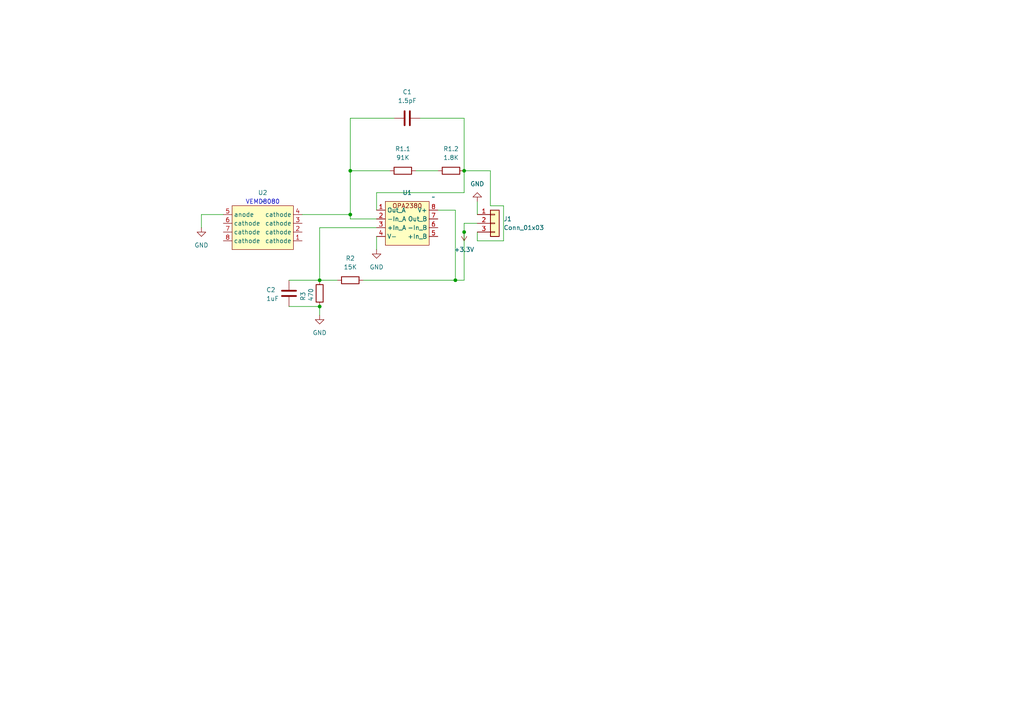
<source format=kicad_sch>
(kicad_sch (version 20231120) (generator "eeschema") (generator_version "8.0")
  (paper "A4")
  (lib_symbols
    (symbol "Connector_Generic:Conn_01x03" (pin_names (offset 1.016) hide)
      (property "Reference" "J" (at 0 5.08 0))
      (property "Value" "Conn_01x03" (at 0 -5.08 0))
      (symbol "Conn_01x03_1_1"
        (rectangle (start -1.27 -2.413) (end 0 -2.667) (stroke (width 0.1524)))
        (rectangle (start -1.27 0.127) (end 0 -0.127) (stroke (width 0.1524)))
        (rectangle (start -1.27 2.667) (end 0 2.413) (stroke (width 0.1524)))
        (rectangle (start -1.27 3.81) (end 1.27 -3.81) (stroke (width 0.254)) (fill (type background)))
        (pin passive line (at -5.08 2.54 0) (length 3.81) (name "Pin_1") (number "1"))
        (pin passive line (at -5.08 0 0) (length 3.81) (name "Pin_2") (number "2"))
        (pin passive line (at -5.08 -2.54 0) (length 3.81) (name "Pin_3") (number "3"))
      )
    )
    (symbol "Device:C" (pin_numbers hide) (pin_names (offset 0.254))
      (property "Reference" "C" (at 0.635 2.54 0))
      (property "Value" "C" (at 0.635 -2.54 0))
      (symbol "C_0_1"
        (polyline (pts (xy -2.032 -0.762) (xy 2.032 -0.762)) (stroke (width 0.508)))
        (polyline (pts (xy -2.032 0.762) (xy 2.032 0.762)) (stroke (width 0.508)))
      )
      (symbol "C_1_1"
        (pin passive line (at 0 3.81 270) (length 2.794) (name "~") (number "1"))
        (pin passive line (at 0 -3.81 90) (length 2.794) (name "~") (number "2"))
      )
    )
    (symbol "Device:R" (pin_numbers hide) (pin_names (offset 0))
      (property "Reference" "R" (at 2.032 0 90))
      (property "Value" "R" (at 0 0 90))
      (symbol "R_0_1"
        (rectangle (start -1.016 -2.54) (end 1.016 2.54) (stroke (width 0.254)))
      )
      (symbol "R_1_1"
        (pin passive line (at 0 3.81 270) (length 1.27) (name "~") (number "1"))
        (pin passive line (at 0 -3.81 90) (length 1.27) (name "~") (number "2"))
      )
    )
    (symbol "custom_lib:opa2380"
      (property "Reference" "opa2380" (at -8.382 0 0))
      (symbol "opa2380_0_1"
        (polyline (pts (xy 30.48 6.35) (xy 30.48 6.35)))
      )
      (symbol "opa2380_1_1"
        (rectangle (start 2.54 6.35) (end 15.24 -6.35) (fill (type background)))
        (text "OPA2380\n" (at 8.89 5.08 0) (effects (font (size 1.27 1.27))))
        (pin output line (at 0 3.81 0) (length 2.54) (name "Out_A") (number "1"))
        (pin input line (at 0 1.27 0) (length 2.54) (name "-In_A") (number "2"))
        (pin input line (at 0 -1.27 0) (length 2.54) (name "+In_A") (number "3"))
        (pin input line (at 0 -3.81 0) (length 2.54) (name "V-") (number "4"))
        (pin input line (at 17.78 -3.81 180) (length 2.54) (name "+In_B") (number "5"))
        (pin input line (at 17.78 -1.27 180) (length 2.54) (name "-In_B") (number "6"))
        (pin output line (at 17.78 1.27 180) (length 2.54) (name "Out_B") (number "7"))
        (pin input line (at 17.78 3.81 180) (length 2.54) (name "V+") (number "8"))
      )
    )
    (symbol "custom_lib:vemd8080"
      (property "Reference" "U" (at 0 0 0))
      (symbol "vemd8080_1_1"
        (rectangle (start 1.27 25.4) (end 13.97 7.62) (fill (type background)))
        (pin input line (at 3.81 5.08 90) (length 2.54) (name "cathode") (number "1"))
        (pin input line (at 6.35 5.08 90) (length 2.54) (name "cathode") (number "2"))
        (pin input line (at 8.89 5.08 90) (length 2.54) (name "cathode") (number "3"))
        (pin input line (at 11.43 5.08 90) (length 2.54) (name "cathode") (number "4"))
        (pin input line (at 11.43 27.94 270) (length 2.54) (name "anode") (number "5"))
        (pin input line (at 8.89 27.94 270) (length 2.54) (name "cathode") (number "6"))
        (pin input line (at 6.35 27.94 270) (length 2.54) (name "cathode") (number "7"))
        (pin input line (at 3.81 27.94 270) (length 2.54) (name "cathode") (number "8"))
      )
    )
    (symbol "power:GND" (power) (pin_numbers hide) (pin_names (offset 0) hide)
      (property "Value" "GND" (at 0 -3.81 0))
      (symbol "GND_0_1"
        (polyline (pts (xy 0 0) (xy 0 -1.27) (xy 1.27 -1.27) (xy 0 -2.54) (xy -1.27 -1.27) (xy 0 -1.27)))
      )
      (symbol "GND_1_1"
        (pin power_in line (at 0 0 270) (length 0) (name "~") (number "1"))
      )
    )
    (symbol "power:VCC" (power) (pin_numbers hide) (pin_names (offset 0) hide)
      (property "Value" "VCC" (at 0 3.556 0))
      (symbol "VCC_0_1"
        (polyline (pts (xy -0.762 1.27) (xy 0 2.54)))
        (polyline (pts (xy 0 0) (xy 0 2.54)))
        (polyline (pts (xy 0 2.54) (xy 0.762 1.27)))
      )
      (symbol "VCC_1_1"
        (pin power_in line (at 0 0 90) (length 0) (name "~") (number "1"))
      )
    )
  )
  (junction (at 101.6 62.23))
  (junction (at 92.71 81.28))
  (junction (at 134.62 67.31))
  (junction (at 101.6 49.53))
  (junction (at 134.62 49.53))
  (junction (at 92.71 88.9))
  (junction (at 132.08 81.28))
  (wire (pts (xy 109.22 60.96) (xy 109.22 55.88)))
  (wire (pts (xy 83.82 88.9) (xy 92.71 88.9)))
  (wire (pts (xy 142.24 59.69) (xy 142.24 49.53)))
  (wire (pts (xy 138.43 67.31) (xy 138.43 69.85)))
  (wire (pts (xy 138.43 69.85) (xy 146.05 69.85)))
  (wire (pts (xy 101.6 62.23) (xy 101.6 63.5)))
  (wire (pts (xy 58.42 62.23) (xy 64.77 62.23)))
  (wire (pts (xy 138.43 64.77) (xy 134.62 64.77)))
  (wire (pts (xy 134.62 81.28) (xy 134.62 67.31)))
  (wire (pts (xy 109.22 68.58) (xy 109.22 72.39)))
  (wire (pts (xy 120.65 49.53) (xy 127 49.53)))
  (wire (pts (xy 134.62 49.53) (xy 134.62 55.88)))
  (wire (pts (xy 105.41 81.28) (xy 132.08 81.28)))
  (wire (pts (xy 134.62 81.28) (xy 132.08 81.28)))
  (wire (pts (xy 127 60.96) (xy 132.08 60.96)))
  (wire (pts (xy 92.71 81.28) (xy 97.79 81.28)))
  (wire (pts (xy 58.42 62.23) (xy 58.42 66.04)))
  (wire (pts (xy 134.62 49.53) (xy 142.24 49.53)))
  (wire (pts (xy 92.71 88.9) (xy 92.71 91.44)))
  (wire (pts (xy 101.6 63.5) (xy 109.22 63.5)))
  (wire (pts (xy 121.92 34.29) (xy 134.62 34.29)))
  (wire (pts (xy 146.05 69.85) (xy 146.05 59.69)))
  (wire (pts (xy 146.05 59.69) (xy 142.24 59.69)))
  (wire (pts (xy 109.22 55.88) (xy 134.62 55.88)))
  (wire (pts (xy 114.3 34.29) (xy 101.6 34.29)))
  (wire (pts (xy 101.6 34.29) (xy 101.6 49.53)))
  (wire (pts (xy 92.71 66.04) (xy 92.71 81.28)))
  (wire (pts (xy 83.82 81.28) (xy 92.71 81.28)))
  (wire (pts (xy 87.63 62.23) (xy 101.6 62.23)))
  (wire (pts (xy 138.43 58.42) (xy 138.43 62.23)))
  (wire (pts (xy 134.62 34.29) (xy 134.62 49.53)))
  (wire (pts (xy 109.22 66.04) (xy 92.71 66.04)))
  (wire (pts (xy 134.62 64.77) (xy 134.62 67.31)))
  (wire (pts (xy 113.03 49.53) (xy 101.6 49.53)))
  (wire (pts (xy 132.08 60.96) (xy 132.08 81.28)))
  (wire (pts (xy 101.6 49.53) (xy 101.6 62.23)))
  (text "VEMD8080" (at 76.2 58.674 0) (effects (font (size 1.27 1.27))))
  (symbol (lib_id "Device:R") (at 101.6 81.28 90) (unit 1)
    (property "Reference" "R2" (at 101.6 74.93 90))
    (property "Value" "15K" (at 101.6 77.47 90))
    (property "Footprint" "Resistor_SMD:R_0805_2012Metric_Pad1.20x1.40mm_HandSolder" (effects (hide yes)))
    (property "Description" "Resistor" (effects (hide yes)))
  )
  (symbol (lib_id "power:GND") (at 92.71 91.44 0) (unit 1)
    (property "Reference" "#PWR04" (effects (hide yes)))
    (property "Value" "GND" (at 92.71 96.52 0))
    (property "Description" "Power symbol creates a global label with name \"GND\" , ground" (effects (hide yes)))
  )
  (symbol (lib_id "power:VCC") (at 134.62 67.31 180) (unit 1)
    (property "Reference" "#PWR03" (effects (hide yes)))
    (property "Value" "+3.3V" (at 134.62 72.39 0))
    (property "Description" "Power symbol creates a global label with name \"VCC\"" (effects (hide yes)))
  )
  (symbol (lib_id "power:GND") (at 58.42 66.04 0) (unit 1)
    (property "Reference" "#PWR01" (effects (hide yes)))
    (property "Value" "GND" (at 58.42 71.12 0))
    (property "Description" "Power symbol creates a global label with name \"GND\" , ground" (effects (hide yes)))
  )
  (symbol (lib_id "custom_lib:opa2380") (at 109.22 64.77 0) (unit 1)
    (property "Reference" "U1" (at 118.11 55.88 0))
    (property "Value" "~" (at 125.73 57.15 0))
    (property "Footprint" "custon_library:opa2380-v2" (effects (hide yes)))
  )
  (symbol (lib_id "Connector_Generic:Conn_01x03") (at 143.51 64.77 0) (unit 1)
    (property "Reference" "J1" (at 146.05 63.4999 0) (effects (justify left)))
    (property "Value" "Conn_01x03" (at 146.05 66.0399 0) (effects (justify left)))
    (property "Footprint" "Connector_PinSocket_2.54mm:PinSocket_1x03_P2.54mm_Horizontal" (effects (hide yes)))
    (property "Description" "Generic connector, single row, 01x03, script generated (kicad-library-utils/schlib/autogen/connector/)" (effects (hide yes)))
  )
  (symbol (lib_id "Device:C") (at 118.11 34.29 90) (unit 1)
    (property "Reference" "C1" (at 118.11 26.67 90))
    (property "Value" "1.5pF" (at 118.11 29.21 90))
    (property "Footprint" "Capacitor_SMD:C_0805_2012Metric_Pad1.18x1.45mm_HandSolder" (effects (hide yes)))
    (property "Description" "Unpolarized capacitor" (effects (hide yes)))
  )
  (symbol (lib_id "custom_lib:vemd8080") (at 92.71 73.66 90) (unit 1)
    (property "Reference" "U2" (at 76.2 55.88 90))
    (property "Value" "~" (at 76.2 58.42 90))
    (property "Footprint" "custon_library:vemd8080" (effects (hide yes)))
  )
  (symbol (lib_id "Device:R") (at 130.81 49.53 90) (unit 1)
    (property "Reference" "R1.2" (at 130.81 43.18 90))
    (property "Value" "1.8K" (at 130.81 45.72 90))
    (property "Footprint" "Resistor_SMD:R_0805_2012Metric_Pad1.20x1.40mm_HandSolder" (effects (hide yes)))
    (property "Description" "Resistor" (effects (hide yes)))
  )
  (symbol (lib_id "Device:R") (at 116.84 49.53 90) (unit 1)
    (property "Reference" "R1.1" (at 116.84 43.18 90))
    (property "Value" "91K" (at 116.84 45.72 90))
    (property "Footprint" "Resistor_SMD:R_0805_2012Metric_Pad1.20x1.40mm_HandSolder" (effects (hide yes)))
    (property "Description" "Resistor" (effects (hide yes)))
  )
  (symbol (lib_id "Device:R") (at 92.71 85.09 180) (unit 1)
    (property "Reference" "R3" (at 87.884 84.582 90) (effects (justify left)))
    (property "Value" "470" (at 90.17 83.566 90) (effects (justify left)))
    (property "Footprint" "Resistor_SMD:R_0805_2012Metric_Pad1.20x1.40mm_HandSolder" (effects (hide yes)))
    (property "Description" "Resistor" (effects (hide yes)))
  )
  (symbol (lib_id "power:GND") (at 109.22 72.39 0) (unit 1)
    (property "Reference" "#PWR02" (effects (hide yes)))
    (property "Value" "GND" (at 109.22 77.47 0))
    (property "Description" "Power symbol creates a global label with name \"GND\" , ground" (effects (hide yes)))
  )
  (symbol (lib_id "Device:C") (at 83.82 85.09 180) (unit 1)
    (property "Reference" "C2" (at 77.216 84.074 0) (effects (justify right)))
    (property "Value" "1uF" (at 77.216 86.614 0) (effects (justify right)))
    (property "Footprint" "Capacitor_SMD:C_0805_2012Metric_Pad1.18x1.45mm_HandSolder" (effects (hide yes)))
    (property "Description" "Unpolarized capacitor" (effects (hide yes)))
  )
  (symbol (lib_id "power:GND") (at 138.43 58.42 180) (unit 1)
    (property "Reference" "#PWR05" (effects (hide yes)))
    (property "Value" "GND" (at 138.43 53.34 0))
    (property "Description" "Power symbol creates a global label with name \"GND\" , ground" (effects (hide yes)))
  )
)
</source>
